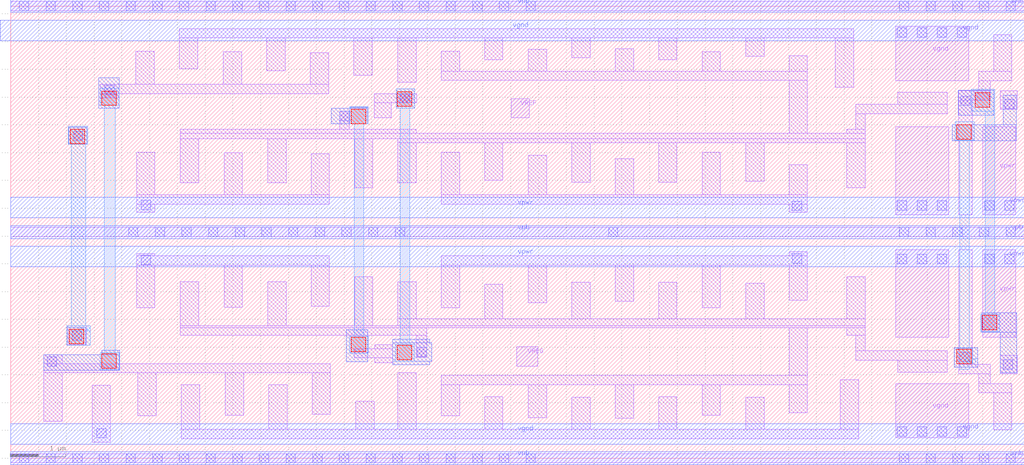
<source format=lef>
VERSION 5.6 ;
  BUSBITCHARS "[]" ;
  DIVIDERCHAR "/" ;

MACRO LDO_COMPARATOR_LATCH
  CLASS CORE ;
  ORIGIN 0.000 0.000 ;
  FOREIGN LDO_COMPARATOR_LATCH 0 0 ;
  SIZE 18.240 BY 8.140 ;
  SYMMETRY X Y ;
  SITE unithv ;
  PIN vnb
    DIRECTION INOUT ;
    USE GROUND ;
    PORT
      #LAYER pwell ;
      #  RECT -0.130 7.925 18.370 8.355 ;
      #  RECT 2.005 6.705 18.130 7.925 ;
      #  RECT 2.005 6.475 15.290 6.705 ;
      LAYER met1 ;
        RECT 0.000 8.025 18.240 8.255 ;
    END
    PORT
      #LAYER pwell ;
      #  RECT 2.040 1.485 15.390 1.665 ;
      #  RECT 0.485 1.435 15.390 1.485 ;
      #  RECT 0.485 0.215 18.130 1.435 ;
      #  RECT -0.130 -0.215 18.370 0.215 ;
      LAYER met1 ;
        RECT 0.000 -0.115 18.240 0.115 ;
    END
    PORT
      LAYER li1 ;
        RECT 0.000 8.055 18.240 8.225 ;
      LAYER mcon ;
        RECT 0.155 8.055 0.325 8.225 ;
        RECT 0.635 8.055 0.805 8.225 ;
        RECT 1.115 8.055 1.285 8.225 ;
        RECT 1.595 8.055 1.765 8.225 ;
        RECT 2.075 8.055 2.245 8.225 ;
        RECT 2.555 8.055 2.725 8.225 ;
        RECT 3.035 8.055 3.205 8.225 ;
        RECT 3.515 8.055 3.685 8.225 ;
        RECT 3.995 8.055 4.165 8.225 ;
        RECT 4.475 8.055 4.645 8.225 ;
        RECT 4.955 8.055 5.125 8.225 ;
        RECT 5.435 8.055 5.605 8.225 ;
        RECT 5.915 8.055 6.085 8.225 ;
        RECT 6.395 8.055 6.565 8.225 ;
        RECT 6.875 8.055 7.045 8.225 ;
        RECT 7.355 8.055 7.525 8.225 ;
        RECT 7.835 8.055 8.005 8.225 ;
        RECT 8.315 8.055 8.485 8.225 ;
        RECT 8.795 8.055 8.965 8.225 ;
        RECT 9.275 8.055 9.445 8.225 ;
        RECT 15.995 8.055 16.165 8.225 ;
        RECT 16.475 8.055 16.645 8.225 ;
        RECT 16.955 8.055 17.125 8.225 ;
        RECT 17.435 8.055 17.605 8.225 ;
        RECT 17.915 8.055 18.085 8.225 ;
    END
    PORT
      LAYER li1 ;
        RECT 0.000 -0.085 18.240 0.085 ;
      LAYER mcon ;
        RECT 0.155 -0.085 0.325 0.085 ;
        RECT 0.635 -0.085 0.805 0.085 ;
        RECT 1.115 -0.085 1.285 0.085 ;
        RECT 1.595 -0.085 1.765 0.085 ;
        RECT 2.075 -0.085 2.245 0.085 ;
        RECT 2.555 -0.085 2.725 0.085 ;
        RECT 3.035 -0.085 3.205 0.085 ;
        RECT 3.515 -0.085 3.685 0.085 ;
        RECT 3.995 -0.085 4.165 0.085 ;
        RECT 4.475 -0.085 4.645 0.085 ;
        RECT 4.955 -0.085 5.125 0.085 ;
        RECT 5.435 -0.085 5.605 0.085 ;
        RECT 5.915 -0.085 6.085 0.085 ;
        RECT 6.395 -0.085 6.565 0.085 ;
        RECT 6.875 -0.085 7.045 0.085 ;
        RECT 7.355 -0.085 7.525 0.085 ;
        RECT 7.835 -0.085 8.005 0.085 ;
        RECT 8.315 -0.085 8.485 0.085 ;
        RECT 8.795 -0.085 8.965 0.085 ;
        RECT 9.275 -0.085 9.445 0.085 ;
        RECT 15.995 -0.085 16.165 0.085 ;
        RECT 16.475 -0.085 16.645 0.085 ;
        RECT 16.955 -0.085 17.125 0.085 ;
        RECT 17.435 -0.085 17.605 0.085 ;
        RECT 17.915 -0.085 18.085 0.085 ;
    END
  END vnb
  PIN vgnd
    DIRECTION INOUT ;
    USE GROUND ;
    PORT
      LAYER met1 ;
        RECT -0.185 7.515 18.240 7.885 ;
    END
    PORT
      LAYER met1 ;
        RECT 0.000 0.255 18.240 0.625 ;
    END
    PORT
      LAYER li1 ;
        RECT 15.930 0.365 17.240 1.345 ;
      LAYER mcon ;
        RECT 15.960 0.395 16.130 0.565 ;
        RECT 16.320 0.395 16.490 0.565 ;
        RECT 16.680 0.395 16.850 0.565 ;
        RECT 17.040 0.395 17.210 0.565 ;
    END
    PORT
      LAYER li1 ;
        RECT 15.930 6.795 17.240 7.775 ;
      LAYER mcon ;
        RECT 15.960 7.575 16.130 7.745 ;
        RECT 16.320 7.575 16.490 7.745 ;
        RECT 16.680 7.575 16.850 7.745 ;
        RECT 17.040 7.575 17.210 7.745 ;
    END
  END vgnd
  PIN vpwr
    DIRECTION INOUT ;
    USE POWER ;
    PORT
      LAYER met1 ;
        RECT 0.000 4.325 18.240 4.695 ;
    END
    PORT
      LAYER met1 ;
        RECT 0.000 3.445 18.240 3.815 ;
    END
    PORT
      LAYER li1 ;
        RECT 15.930 4.385 16.880 5.965 ;
        RECT 17.500 4.385 18.090 5.965 ;
      LAYER mcon ;
        RECT 15.960 4.465 16.130 4.635 ;
        RECT 16.320 4.465 16.490 4.635 ;
        RECT 16.680 4.465 16.850 4.635 ;
        RECT 17.530 4.465 17.700 4.635 ;
        RECT 17.890 4.465 18.060 4.635 ;
    END
    PORT
      LAYER li1 ;
        RECT 15.930 2.175 16.880 3.755 ;
        RECT 17.500 2.175 18.090 3.755 ;
      LAYER mcon ;
        RECT 15.960 3.505 16.130 3.675 ;
        RECT 16.320 3.505 16.490 3.675 ;
        RECT 16.680 3.505 16.850 3.675 ;
        RECT 17.530 3.505 17.700 3.675 ;
        RECT 17.890 3.505 18.060 3.675 ;
    END
  END vpwr
  PIN vpb
    DIRECTION INOUT ;
    USE POWER ;
    PORT
      #LAYER nwell ;
      #  RECT 15.510 6.175 18.570 6.255 ;
      #  RECT -0.440 1.965 18.570 6.175 ;
      #  RECT 15.510 1.885 18.570 1.965 ;
      LAYER met1 ;
        RECT 0.000 3.955 18.240 4.185 ;
    END
    PORT
      LAYER li1 ;
        RECT 0.000 3.985 18.240 4.155 ;
      LAYER mcon ;
        RECT 2.120 3.985 2.290 4.155 ;
        RECT 2.600 3.985 2.770 4.155 ;
        RECT 3.080 3.985 3.250 4.155 ;
        RECT 3.560 3.985 3.730 4.155 ;
        RECT 4.040 3.985 4.210 4.155 ;
        RECT 4.520 3.985 4.690 4.155 ;
        RECT 5.000 3.985 5.170 4.155 ;
        RECT 5.480 3.985 5.650 4.155 ;
        RECT 5.960 3.985 6.130 4.155 ;
        RECT 6.440 3.985 6.610 4.155 ;
        RECT 6.920 3.985 7.090 4.155 ;
        RECT 10.760 3.985 10.930 4.155 ;
        RECT 15.995 3.985 16.165 4.155 ;
        RECT 16.475 3.985 16.645 4.155 ;
        RECT 16.955 3.985 17.125 4.155 ;
        RECT 17.435 3.985 17.605 4.155 ;
        RECT 17.915 3.985 18.085 4.155 ;
    END
  END vpb
  PIN VREF
    DIRECTION INPUT ;
    USE SIGNAL ;
    PORT
      LAYER li1 ;
        RECT 9.005 6.130 9.335 6.475 ;
    END
  END VREF
  PIN VREG
    DIRECTION INOUT ;
    USE SIGNAL ;
    ANTENNAGATEAREA 5.000000 ;
    PORT
      LAYER li1 ;
        RECT 9.110 1.660 9.490 2.005 ;
    END
  END VREG
  PIN CLK
    DIRECTION INPUT ;
    USE SIGNAL ;
    PORT
      LAYER met2 ;
        RECT 1.035 5.650 1.390 5.975 ;
        RECT 1.085 2.385 1.350 5.650 ;
        RECT 1.005 2.035 1.430 2.385 ;
    END
  END CLK
  PIN OUT
    DIRECTION OUTPUT ;
    USE SIGNAL ;
    PORT
      LAYER met2 ;
        RECT 17.000 5.725 17.340 6.060 ;
        RECT 17.085 1.980 17.255 5.725 ;
        RECT 17.030 1.700 17.315 1.980 ;
        RECT 17.085 1.605 17.255 1.700 ;
    END
  END OUT
  OBS
      LAYER li1 ;
        RECT 3.035 7.565 15.170 7.735 ;
        RECT 2.250 6.735 2.580 7.325 ;
        RECT 3.035 7.010 3.365 7.565 ;
        RECT 3.825 6.735 4.155 7.315 ;
        RECT 4.610 6.975 4.940 7.565 ;
        RECT 5.390 6.735 5.720 7.295 ;
        RECT 6.175 6.895 6.505 7.565 ;
        RECT 6.965 6.770 7.295 7.565 ;
        RECT 7.750 6.970 8.080 7.325 ;
        RECT 8.530 7.170 8.860 7.565 ;
        RECT 9.315 6.970 9.645 7.360 ;
        RECT 10.100 7.205 10.430 7.565 ;
        RECT 10.880 6.970 11.210 7.370 ;
        RECT 11.660 7.175 11.990 7.565 ;
        RECT 12.445 6.970 12.775 7.320 ;
        RECT 13.230 7.240 13.560 7.565 ;
        RECT 14.010 6.970 14.340 7.245 ;
        RECT 7.750 6.800 14.340 6.970 ;
        RECT 1.615 6.565 5.720 6.735 ;
        RECT 1.615 6.490 1.950 6.565 ;
        RECT 6.545 6.395 7.310 6.565 ;
        RECT 1.035 5.650 1.390 5.975 ;
        RECT 5.920 5.920 6.090 6.245 ;
        RECT 6.545 6.125 6.845 6.395 ;
        RECT 3.050 5.850 7.295 5.920 ;
        RECT 14.010 5.850 14.340 6.800 ;
        RECT 14.840 6.680 15.170 7.565 ;
        RECT 17.690 6.965 18.020 7.625 ;
        RECT 17.420 6.795 18.020 6.965 ;
        RECT 17.420 6.615 17.635 6.795 ;
        RECT 15.965 6.375 16.855 6.590 ;
        RECT 15.210 6.205 16.855 6.375 ;
        RECT 17.060 6.445 17.635 6.615 ;
        RECT 15.210 5.920 15.380 6.205 ;
        RECT 15.050 5.850 15.380 5.920 ;
        RECT 3.050 5.750 15.380 5.850 ;
        RECT 2.265 4.740 2.595 5.510 ;
        RECT 3.050 4.955 3.380 5.750 ;
        RECT 3.840 4.740 4.170 5.500 ;
        RECT 4.625 4.955 4.955 5.750 ;
        RECT 5.405 4.740 5.735 5.480 ;
        RECT 6.190 4.870 6.520 5.750 ;
        RECT 6.965 5.680 15.380 5.750 ;
        RECT 6.965 4.955 7.295 5.680 ;
        RECT 2.265 4.570 5.735 4.740 ;
        RECT 7.750 4.745 8.080 5.510 ;
        RECT 8.530 5.000 8.860 5.680 ;
        RECT 9.315 4.745 9.645 5.450 ;
        RECT 10.100 4.970 10.430 5.680 ;
        RECT 10.880 4.745 11.210 5.390 ;
        RECT 11.660 4.970 11.990 5.680 ;
        RECT 12.445 4.745 12.775 5.505 ;
        RECT 13.230 4.985 13.560 5.680 ;
        RECT 14.010 4.745 14.340 5.280 ;
        RECT 15.050 4.865 15.380 5.680 ;
        RECT 7.750 4.575 14.340 4.745 ;
        RECT 9.315 4.570 9.645 4.575 ;
        RECT 12.445 4.570 12.775 4.575 ;
        RECT 2.265 4.425 2.595 4.570 ;
        RECT 14.010 4.425 14.340 4.575 ;
        RECT 17.060 4.385 17.310 6.445 ;
        RECT 17.815 6.285 18.115 6.615 ;
        RECT 2.265 3.645 2.595 3.685 ;
        RECT 14.010 3.645 14.340 3.715 ;
        RECT 2.265 3.475 5.735 3.645 ;
        RECT 2.265 2.705 2.595 3.475 ;
        RECT 3.050 2.385 3.380 3.180 ;
        RECT 3.840 2.715 4.170 3.475 ;
        RECT 4.625 2.385 4.955 3.180 ;
        RECT 5.405 2.735 5.735 3.475 ;
        RECT 7.750 3.475 14.340 3.645 ;
        RECT 6.190 2.385 6.520 3.265 ;
        RECT 6.965 2.515 7.295 3.180 ;
        RECT 7.750 2.705 8.080 3.475 ;
        RECT 8.530 2.515 8.860 3.135 ;
        RECT 9.315 2.800 9.645 3.475 ;
        RECT 10.100 2.515 10.430 3.165 ;
        RECT 10.880 2.825 11.210 3.475 ;
        RECT 11.660 2.515 11.990 3.165 ;
        RECT 12.445 2.710 12.775 3.475 ;
        RECT 13.230 2.515 13.560 3.150 ;
        RECT 14.010 2.840 14.340 3.475 ;
        RECT 15.050 2.515 15.380 3.270 ;
        RECT 6.965 2.385 15.380 2.515 ;
        RECT 1.030 2.045 1.360 2.385 ;
        RECT 3.050 2.345 15.380 2.385 ;
        RECT 3.050 2.215 7.490 2.345 ;
        RECT 6.555 1.975 6.880 2.045 ;
        RECT 0.595 1.705 0.925 1.860 ;
        RECT 6.185 1.805 6.880 1.975 ;
        RECT 7.295 1.820 7.490 2.215 ;
        RECT 6.555 1.715 6.880 1.805 ;
        RECT 0.595 1.535 5.755 1.705 ;
        RECT 0.595 0.665 0.925 1.535 ;
        RECT 1.465 0.285 1.795 1.310 ;
        RECT 2.285 0.765 2.615 1.535 ;
        RECT 3.070 0.525 3.400 1.320 ;
        RECT 3.860 0.775 4.190 1.535 ;
        RECT 4.645 0.525 4.975 1.320 ;
        RECT 5.425 0.795 5.755 1.535 ;
        RECT 6.210 0.525 6.540 1.025 ;
        RECT 6.965 0.525 7.295 1.535 ;
        RECT 14.010 1.490 14.340 2.345 ;
        RECT 15.050 2.215 15.380 2.345 ;
        RECT 15.210 1.935 15.380 2.215 ;
        RECT 15.210 1.765 16.855 1.935 ;
        RECT 15.965 1.550 16.855 1.765 ;
        RECT 17.060 1.695 17.310 3.755 ;
        RECT 17.060 1.525 17.635 1.695 ;
        RECT 17.815 1.525 18.115 1.855 ;
        RECT 7.750 1.320 14.340 1.490 ;
        RECT 7.750 0.765 8.080 1.320 ;
        RECT 8.530 0.525 8.860 1.105 ;
        RECT 9.315 0.730 9.645 1.320 ;
        RECT 10.100 0.525 10.430 1.095 ;
        RECT 10.880 0.720 11.210 1.320 ;
        RECT 11.660 0.525 11.990 1.105 ;
        RECT 12.445 0.770 12.775 1.320 ;
        RECT 13.230 0.525 13.560 1.100 ;
        RECT 14.010 0.815 14.340 1.320 ;
        RECT 14.935 0.525 15.265 1.410 ;
        RECT 17.420 1.345 17.635 1.525 ;
        RECT 17.420 1.175 18.020 1.345 ;
        RECT 3.070 0.355 15.265 0.525 ;
        RECT 17.690 0.515 18.020 1.175 ;
      LAYER mcon ;
        RECT 1.695 6.545 1.865 6.715 ;
        RECT 7.010 6.395 7.180 6.565 ;
        RECT 5.920 6.075 6.090 6.245 ;
        RECT 1.130 5.720 1.300 5.890 ;
        RECT 17.100 6.350 17.270 6.520 ;
        RECT 2.350 4.475 2.520 4.645 ;
        RECT 14.065 4.460 14.235 4.630 ;
        RECT 17.895 6.295 18.065 6.465 ;
        RECT 2.350 3.485 2.520 3.655 ;
        RECT 14.065 3.510 14.235 3.680 ;
        RECT 1.105 2.125 1.275 2.295 ;
        RECT 0.660 1.655 0.830 1.825 ;
        RECT 7.320 1.830 7.490 2.000 ;
        RECT 1.545 0.365 1.715 0.535 ;
        RECT 17.085 1.740 17.255 1.910 ;
        RECT 17.865 1.605 18.035 1.775 ;
      LAYER met1 ;
        RECT 1.580 6.300 1.950 6.850 ;
        RECT 6.115 6.300 6.420 6.320 ;
        RECT 6.935 6.300 7.270 6.650 ;
        RECT 5.765 6.025 6.420 6.300 ;
        RECT 17.055 6.175 17.695 6.625 ;
        RECT 6.115 6.020 6.420 6.025 ;
        RECT 17.865 6.005 18.100 6.535 ;
        RECT 1.045 5.650 1.365 5.955 ;
        RECT 16.950 5.715 18.100 6.005 ;
        RECT 1.010 2.030 1.350 2.360 ;
        RECT 1.640 1.860 1.960 1.945 ;
        RECT 0.595 1.580 1.960 1.860 ;
        RECT 6.040 1.740 6.425 2.310 ;
        RECT 17.475 2.270 18.110 2.620 ;
        RECT 6.875 2.080 7.540 2.145 ;
        RECT 6.875 1.745 7.575 2.080 ;
        RECT 6.875 1.685 7.540 1.745 ;
        RECT 16.985 1.635 17.410 1.985 ;
        RECT 17.815 1.535 18.110 2.270 ;
      LAYER via ;
        RECT 1.640 6.350 1.900 6.610 ;
        RECT 6.955 6.340 7.215 6.600 ;
        RECT 17.360 6.315 17.620 6.575 ;
        RECT 6.130 6.020 6.390 6.280 ;
        RECT 1.075 5.665 1.335 5.925 ;
        RECT 17.030 5.740 17.290 6.000 ;
        RECT 1.050 2.065 1.310 2.325 ;
        RECT 17.490 2.310 17.750 2.570 ;
        RECT 1.640 1.620 1.900 1.880 ;
        RECT 6.130 1.920 6.390 2.180 ;
        RECT 6.955 1.775 7.215 2.035 ;
        RECT 17.030 1.700 17.290 1.960 ;
      LAYER met2 ;
        RECT 1.615 6.350 1.950 6.660 ;
        RECT 1.680 1.900 1.880 6.350 ;
        RECT 6.100 6.020 6.435 6.330 ;
        RECT 6.935 6.300 7.270 6.650 ;
        RECT 6.185 2.200 6.355 6.020 ;
        RECT 1.615 1.590 1.950 1.900 ;
        RECT 6.100 1.890 6.435 2.200 ;
        RECT 7.010 2.055 7.180 6.300 ;
        RECT 17.285 6.250 17.715 6.640 ;
        RECT 17.545 2.590 17.715 6.250 ;
        RECT 17.460 2.280 17.805 2.590 ;
        RECT 6.920 1.745 7.265 2.055 ;
  END
END LDO_COMPARATOR_LATCH
END LIBRARY

</source>
